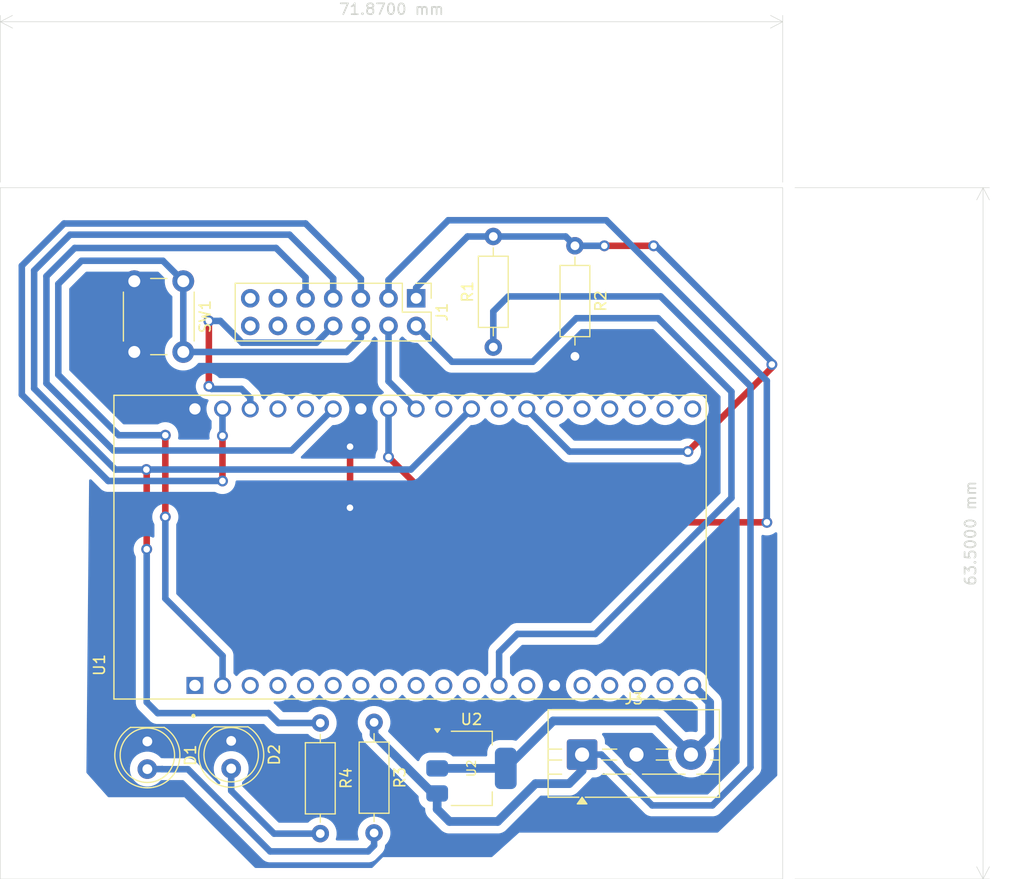
<source format=kicad_pcb>
(kicad_pcb (version 20241229) (generator "pcbnew") (generator_version "9.0")
  (layers (0 "F.Cu" signal) (2 "B.Cu" signal) (13 "F.Paste" user) (15 "B.Paste" user) (5 "F.SilkS" user "F.Silkscreen") (7 "B.SilkS" user "B.Silkscreen") (1 "F.Mask" user) (3 "B.Mask" user) (25 "Edge.Cuts" user))
  (net 0 "")
  (net 1 "GND")
  (net 2 "Net-(D2-A)")
  (net 3 "batt+")
  (net 4 "Net-(D1-A)")
  (net 5 "RST_buttton")
  (net 12 "Servo_2 right (19)")
  (net 14 "Emg_Button")
  (net 19 "limit_switch (14)")
  (net 22 "SDA (21)")
  (net 29 "+5V")
  (net 32 "Servo_UP-DOWN (23)")
  (net 34 "SCL (22)")
  (net 36 "+3.3V")
  (net 38 "Servo_1 left (18)")
  (net 39 "level_batery (04)")
  (footprint "LED_THT:LED_D5.0mm" (layer "F.Cu") (at 44.39 86.105 -90)
    (property "Reference" "D2" (at 1.27 -3.96 90) (layer "F.SilkS"))
    (property "Value" "LED 2")
    (fp_line (start -1.29 -1.545) (end -1.29 1.545) (stroke (width 0.12)) (layer "F.SilkS"))
    (fp_arc (start 4.26 0.000048) (mid 2.071756 2.880501) (end -1.29 1.54483) (stroke (width 0.12)) (layer "F.SilkS"))
    (fp_arc (start -1.29 -1.54483) (mid 2.071756 -2.880501) (end 4.26 -0.000048) (stroke (width 0.12)) (layer "F.SilkS"))
    (fp_circle (center 1.27 0) (end 3.77 0) (stroke (width 0.12)) (fill no) (layer "F.SilkS"))
    (pad "1" thru_hole rect (at 0 0 270) (size 1.8 1.8) (drill 0.9) (layers "*.Cu" "*.Mask") (net 1 "GND"))
    (pad "2" thru_hole circle (at 2.54 0 270) (size 1.8 1.8) (drill 0.9) (layers "*.Cu" "*.Mask") (net 2 "Net-(D2-A)"))
  )
  (footprint "Button_Switch_THT:SW_PUSH_6mm" (layer "F.Cu") (at 39.99 43.88 -90)
    (property "Reference" "SW1" (at 3.25 -2 90) (layer "F.SilkS"))
    (property "Value" "SW_Push")
    (fp_line (start 1 5.5) (end 5.5 5.5) (stroke (width 0.12)) (layer "F.SilkS"))
    (fp_line (start 6.75 3) (end 6.75 1.5) (stroke (width 0.12)) (layer "F.SilkS"))
    (fp_line (start -0.25 1.5) (end -0.25 3) (stroke (width 0.12)) (layer "F.SilkS"))
    (fp_line (start 5.5 -1) (end 1 -1) (stroke (width 0.12)) (layer "F.SilkS"))
    (pad "1" thru_hole circle (at 0 0) (size 2 2) (drill 1.1) (layers "*.Cu" "*.Mask") (net 5 "RST_buttton"))
    (pad "1" thru_hole circle (at 6.5 0) (size 2 2) (drill 1.1) (layers "*.Cu" "*.Mask") (net 5 "RST_buttton"))
    (pad "2" thru_hole circle (at 0 4.5) (size 2 2) (drill 1.1) (layers "*.Cu" "*.Mask") (net 1 "GND"))
    (pad "2" thru_hole circle (at 6.5 4.5) (size 2 2) (drill 1.1) (layers "*.Cu" "*.Mask") (net 1 "GND"))
  )
  (footprint "Resistor_THT:R_Axial_DIN0207_L6.3mm_D2.5mm_P10.16mm_Horizontal" (layer "F.Cu") (at 52.575 84.4616 -90)
    (property "Reference" "R4" (at 5.08 -2.37 90) (layer "F.SilkS"))
    (property "Value" "220")
    (fp_line (start 1.81 1.37) (end 8.35 1.37) (stroke (width 0.12)) (layer "F.SilkS"))
    (fp_line (start 8.35 1.37) (end 8.35 -1.37) (stroke (width 0.12)) (layer "F.SilkS"))
    (fp_line (start 1.04 0) (end 1.81 0) (stroke (width 0.12)) (layer "F.SilkS"))
    (fp_line (start 9.12 0) (end 8.35 0) (stroke (width 0.12)) (layer "F.SilkS"))
    (fp_line (start 1.81 -1.37) (end 1.81 1.37) (stroke (width 0.12)) (layer "F.SilkS"))
    (fp_line (start 8.35 -1.37) (end 1.81 -1.37) (stroke (width 0.12)) (layer "F.SilkS"))
    (pad "1" thru_hole circle (at 0 0 270) (size 1.6 1.6) (drill 0.8) (layers "*.Cu" "*.Mask") (net 14 "Emg_Button"))
    (pad "2" thru_hole oval (at 10.16 0 270) (size 1.6 1.6) (drill 0.8) (layers "*.Cu" "*.Mask") (net 2 "Net-(D2-A)"))
  )
  (footprint "Resistor_THT:R_Axial_DIN0207_L6.3mm_D2.5mm_P10.16mm_Horizontal" (layer "F.Cu") (at 75.965 40.625 -90)
    (property "Reference" "R2" (at 5.08 -2.37 90) (layer "F.SilkS"))
    (property "Value" "10k")
    (fp_line (start 1.81 1.37) (end 8.35 1.37) (stroke (width 0.12)) (layer "F.SilkS"))
    (fp_line (start 8.35 1.37) (end 8.35 -1.37) (stroke (width 0.12)) (layer "F.SilkS"))
    (fp_line (start 1.04 0) (end 1.81 0) (stroke (width 0.12)) (layer "F.SilkS"))
    (fp_line (start 9.12 0) (end 8.35 0) (stroke (width 0.12)) (layer "F.SilkS"))
    (fp_line (start 1.81 -1.37) (end 1.81 1.37) (stroke (width 0.12)) (layer "F.SilkS"))
    (fp_line (start 8.35 -1.37) (end 1.81 -1.37) (stroke (width 0.12)) (layer "F.SilkS"))
    (pad "1" thru_hole circle (at 0 0 270) (size 1.6 1.6) (drill 0.8) (layers "*.Cu" "*.Mask") (net 39 "level_batery (04)"))
    (pad "2" thru_hole oval (at 10.16 0 270) (size 1.6 1.6) (drill 0.8) (layers "*.Cu" "*.Mask") (net 1 "GND"))
  )
  (footprint "ESP32-DEVKITC-32UE:ESPRESSIF_ESP32-DEVKITC-32UE" (layer "F.Cu") (at 63.92 68.31 90)
    (property "Reference" "U1" (at -10.825 -31.635 90) (layer "F.SilkS"))
    (property "Value" "ESP32-DEVKITC-32UE")
    (fp_line (start 13.95 -30.3) (end 13.95 24.1) (stroke (width 0.127)) (layer "F.SilkS"))
    (fp_line (start -13.95 -30.3) (end 13.95 -30.3) (stroke (width 0.127)) (layer "F.SilkS"))
    (fp_line (start 13.95 24.1) (end -13.95 24.1) (stroke (width 0.127)) (layer "F.SilkS"))
    (fp_line (start -13.95 24.1) (end -13.95 -30.3) (stroke (width 0.127)) (layer "F.SilkS"))
    (fp_circle (center -15.5 -23) (end -15.4 -23) (stroke (width 0.2)) (fill no) (layer "F.SilkS"))
    (pad "1" thru_hole rect (at -12.7 -22.86 90) (size 1.56 1.56) (drill 1.04) (layers "*.Cu" "*.Mask") (net 36 "+3.3V"))
    (pad "2" thru_hole circle (at -12.7 -20.32 90) (size 1.56 1.56) (drill 1.04) (layers "*.Cu" "*.Mask") (net 5 "RST_buttton"))
    (pad "3" thru_hole circle (at -12.7 -17.78 90) (size 1.56 1.56) (drill 1.04) (layers "*.Cu" "*.Mask"))
    (pad "4" thru_hole circle (at -12.7 -15.24 90) (size 1.56 1.56) (drill 1.04) (layers "*.Cu" "*.Mask"))
    (pad "5" thru_hole circle (at -12.7 -12.7 90) (size 1.56 1.56) (drill 1.04) (layers "*.Cu" "*.Mask"))
    (pad "6" thru_hole circle (at -12.7 -10.16 90) (size 1.56 1.56) (drill 1.04) (layers "*.Cu" "*.Mask"))
    (pad "7" thru_hole circle (at -12.7 -7.62 90) (size 1.56 1.56) (drill 1.04) (layers "*.Cu" "*.Mask"))
    (pad "8" thru_hole circle (at -12.7 -5.08 90) (size 1.56 1.56) (drill 1.04) (layers "*.Cu" "*.Mask"))
    (pad "9" thru_hole circle (at -12.7 -2.54 90) (size 1.56 1.56) (drill 1.04) (layers "*.Cu" "*.Mask"))
    (pad "10" thru_hole circle (at -12.7 0 90) (size 1.56 1.56) (drill 1.04) (layers "*.Cu" "*.Mask"))
    (pad "11" thru_hole circle (at -12.7 2.54 90) (size 1.56 1.56) (drill 1.04) (layers "*.Cu" "*.Mask"))
    (pad "12" thru_hole circle (at -12.7 5.08 90) (size 1.56 1.56) (drill 1.04) (layers "*.Cu" "*.Mask") (net 19 "limit_switch (14)"))
    (pad "13" thru_hole circle (at -12.7 7.62 90) (size 1.56 1.56) (drill 1.04) (layers "*.Cu" "*.Mask"))
    (pad "14" thru_hole circle (at -12.7 10.16 90) (size 1.56 1.56) (drill 1.04) (layers "*.Cu" "*.Mask") (net 1 "GND"))
    (pad "15" thru_hole circle (at -12.7 12.7 90) (size 1.56 1.56) (drill 1.04) (layers "*.Cu" "*.Mask"))
    (pad "16" thru_hole circle (at -12.7 15.24 90) (size 1.56 1.56) (drill 1.04) (layers "*.Cu" "*.Mask"))
    (pad "17" thru_hole circle (at -12.7 17.78 90) (size 1.56 1.56) (drill 1.04) (layers "*.Cu" "*.Mask"))
    (pad "18" thru_hole circle (at -12.7 20.32 90) (size 1.56 1.56) (drill 1.04) (layers "*.Cu" "*.Mask"))
    (pad "19" thru_hole circle (at -12.7 22.86 90) (size 1.56 1.56) (drill 1.04) (layers "*.Cu" "*.Mask") (net 29 "+5V"))
    (pad "20" thru_hole circle (at 12.7 -22.86 90) (size 1.56 1.56) (drill 1.04) (layers "*.Cu" "*.Mask") (net 1 "GND"))
    (pad "21" thru_hole circle (at 12.7 -20.32 90) (size 1.56 1.56) (drill 1.04) (layers "*.Cu" "*.Mask") (net 32 "Servo_UP-DOWN (23)"))
    (pad "22" thru_hole circle (at 12.7 -17.78 90) (size 1.56 1.56) (drill 1.04) (layers "*.Cu" "*.Mask") (net 34 "SCL (22)"))
    (pad "23" thru_hole circle (at 12.7 -15.24 90) (size 1.56 1.56) (drill 1.04) (layers "*.Cu" "*.Mask"))
    (pad "24" thru_hole circle (at 12.7 -12.7 90) (size 1.56 1.56) (drill 1.04) (layers "*.Cu" "*.Mask"))
    (pad "25" thru_hole circle (at 12.7 -10.16 90) (size 1.56 1.56) (drill 1.04) (layers "*.Cu" "*.Mask") (net 22 "SDA (21)"))
    (pad "26" thru_hole circle (at 12.7 -7.62 90) (size 1.56 1.56) (drill 1.04) (layers "*.Cu" "*.Mask") (net 1 "GND"))
    (pad "27" thru_hole circle (at 12.7 -5.08 90) (size 1.56 1.56) (drill 1.04) (layers "*.Cu" "*.Mask") (net 12 "Servo_2 right (19)"))
    (pad "28" thru_hole circle (at 12.7 -2.54 90) (size 1.56 1.56) (drill 1.04) (layers "*.Cu" "*.Mask") (net 38 "Servo_1 left (18)"))
    (pad "29" thru_hole circle (at 12.7 0 90) (size 1.56 1.56) (drill 1.04) (layers "*.Cu" "*.Mask"))
    (pad "30" thru_hole circle (at 12.7 2.54 90) (size 1.56 1.56) (drill 1.04) (layers "*.Cu" "*.Mask") (net 14 "Emg_Button"))
    (pad "31" thru_hole circle (at 12.7 5.08 90) (size 1.56 1.56) (drill 1.04) (layers "*.Cu" "*.Mask"))
    (pad "32" thru_hole circle (at 12.7 7.62 90) (size 1.56 1.56) (drill 1.04) (layers "*.Cu" "*.Mask") (net 39 "level_batery (04)"))
    (pad "33" thru_hole circle (at 12.7 10.16 90) (size 1.56 1.56) (drill 1.04) (layers "*.Cu" "*.Mask"))
    (pad "34" thru_hole circle (at 12.7 12.7 90) (size 1.56 1.56) (drill 1.04) (layers "*.Cu" "*.Mask"))
    (pad "35" thru_hole circle (at 12.7 15.24 90) (size 1.56 1.56) (drill 1.04) (layers "*.Cu" "*.Mask"))
    (pad "36" thru_hole circle (at 12.7 17.78 90) (size 1.56 1.56) (drill 1.04) (layers "*.Cu" "*.Mask"))
    (pad "37" thru_hole circle (at 12.7 20.32 90) (size 1.56 1.56) (drill 1.04) (layers "*.Cu" "*.Mask"))
    (pad "38" thru_hole circle (at 12.7 22.86 90) (size 1.56 1.56) (drill 1.04) (layers "*.Cu" "*.Mask"))
  )
  (footprint "TerminalBlock:TerminalBlock_MaiXu_MX126-5.0-03P_1x03_P5.00mm" (layer "F.Cu") (at 76.62 87.36)
    (property "Reference" "J3" (at 4.75 -5.12 0) (layer "F.SilkS"))
    (property "Value" "Conn_01x03_Socket")
    (fp_line (start -3.12 -4.12) (end -3.12 3.92) (stroke (width 0.12)) (layer "F.SilkS"))
    (fp_line (start -3.12 -4.12) (end 12.62 -4.12) (stroke (width 0.12)) (layer "F.SilkS"))
    (fp_line (start -3.12 -0.5) (end -1.88 -0.5) (stroke (width 0.12)) (layer "F.SilkS"))
    (fp_line (start -3.12 0.5) (end -1.88 0.5) (stroke (width 0.12)) (layer "F.SilkS"))
    (fp_line (start -3.12 1.8) (end -1.88 1.8) (stroke (width 0.12)) (layer "F.SilkS"))
    (fp_line (start -3.12 3.92) (end -0.3 3.92) (stroke (width 0.12)) (layer "F.SilkS"))
    (fp_line (start 0.3 3.92) (end 12.62 3.92) (stroke (width 0.12)) (layer "F.SilkS"))
    (fp_line (start 1.88 -0.5) (end 3.188 -0.5) (stroke (width 0.12)) (layer "F.SilkS"))
    (fp_line (start 1.88 0.5) (end 3.188 0.5) (stroke (width 0.12)) (layer "F.SilkS"))
    (fp_line (start 1.88 1.8) (end 4.457 1.8) (stroke (width 0.12)) (layer "F.SilkS"))
    (fp_line (start 5.543 1.8) (end 9.457 1.8) (stroke (width 0.12)) (layer "F.SilkS"))
    (fp_line (start 6.812 -0.5) (end 8.188 -0.5) (stroke (width 0.12)) (layer "F.SilkS"))
    (fp_line (start 6.812 0.5) (end 8.188 0.5) (stroke (width 0.12)) (layer "F.SilkS"))
    (fp_line (start 10.543 1.8) (end 12.62 1.8) (stroke (width 0.12)) (layer "F.SilkS"))
    (fp_line (start 11.812 -0.5) (end 12.62 -0.5) (stroke (width 0.12)) (layer "F.SilkS"))
    (fp_line (start 11.812 0.5) (end 12.62 0.5) (stroke (width 0.12)) (layer "F.SilkS"))
    (fp_line (start 12.62 -4.12) (end 12.62 3.92) (stroke (width 0.12)) (layer "F.SilkS"))
    (fp_poly (pts (xy 0 3.92) (xy 0.44 4.53) (xy -0.44 4.53)) (stroke (width 0.12)) (fill yes) (layer "F.SilkS"))
    (pad "1" thru_hole roundrect (at 0 0) (size 2.8 2.8) (drill 1.3) (layers "*.Cu" "*.Mask") (roundrect_rratio 0.089286) (net 3 "batt+"))
    (pad "2" thru_hole circle (at 5 0) (size 2.8 2.8) (drill 1.3) (layers "*.Cu" "*.Mask") (net 1 "GND"))
    (pad "3" thru_hole circle (at 10 0) (size 2.8 2.8) (drill 1.3) (layers "*.Cu" "*.Mask") (net 29 "+5V"))
  )
  (footprint "Connector_PinHeader_2.54mm:PinHeader_2x07_P2.54mm_Vertical" (layer "F.Cu") (at 61.38 45.45 -90)
    (property "Reference" "J1" (at 1.27 -2.38 90) (layer "F.SilkS"))
    (property "Value" "Conn_02x07_Top_Bottom")
    (fp_line (start -1.38 16.62) (end 3.92 16.62) (stroke (width 0.12)) (layer "F.SilkS"))
    (fp_line (start -1.38 1.27) (end -1.38 16.62) (stroke (width 0.12)) (layer "F.SilkS"))
    (fp_line (start -1.38 1.27) (end 1.27 1.27) (stroke (width 0.12)) (layer "F.SilkS"))
    (fp_line (start 1.27 1.27) (end 1.27 -1.38) (stroke (width 0.12)) (layer "F.SilkS"))
    (fp_line (start -1.38 0) (end -1.38 -1.38) (stroke (width 0.12)) (layer "F.SilkS"))
    (fp_line (start -1.38 -1.38) (end 0 -1.38) (stroke (width 0.12)) (layer "F.SilkS"))
    (fp_line (start 1.27 -1.38) (end 3.92 -1.38) (stroke (width 0.12)) (layer "F.SilkS"))
    (fp_line (start 3.92 -1.38) (end 3.92 16.62) (stroke (width 0.12)) (layer "F.SilkS"))
    (pad "1" thru_hole rect (at 0 0 270) (size 1.7 1.7) (drill 1) (layers "*.Cu" "*.Mask") (net 39 "level_batery (04)"))
    (pad "2" thru_hole circle (at 2.54 0 270) (size 1.7 1.7) (drill 1) (layers "*.Cu" "*.Mask") (net 19 "limit_switch (14)"))
    (pad "3" thru_hole circle (at 0 2.54 270) (size 1.7 1.7) (drill 1) (layers "*.Cu" "*.Mask") (net 12 "Servo_2 right (19)"))
    (pad "4" thru_hole circle (at 2.54 2.54 270) (size 1.7 1.7) (drill 1) (layers "*.Cu" "*.Mask") (net 38 "Servo_1 left (18)"))
    (pad "5" thru_hole circle (at 0 5.08 270) (size 1.7 1.7) (drill 1) (layers "*.Cu" "*.Mask") (net 32 "Servo_UP-DOWN (23)"))
    (pad "6" thru_hole circle (at 2.54 5.08 270) (size 1.7 1.7) (drill 1) (layers "*.Cu" "*.Mask") (net 5 "RST_buttton"))
    (pad "7" thru_hole circle (at 0 7.62 270) (size 1.7 1.7) (drill 1) (layers "*.Cu" "*.Mask") (net 14 "Emg_Button"))
    (pad "8" thru_hole circle (at 2.54 7.62 270) (size 1.7 1.7) (drill 1) (layers "*.Cu" "*.Mask") (net 34 "SCL (22)"))
    (pad "9" thru_hole circle (at 0 10.16 270) (size 1.7 1.7) (drill 1) (layers "*.Cu" "*.Mask") (net 22 "SDA (21)"))
    (pad "10" thru_hole circle (at 2.54 10.16 270) (size 1.7 1.7) (drill 1) (layers "*.Cu" "*.Mask"))
    (pad "11" thru_hole circle (at 0 12.7 270) (size 1.7 1.7) (drill 1) (layers "*.Cu" "*.Mask"))
    (pad "12" thru_hole circle (at 2.54 12.7 270) (size 1.7 1.7) (drill 1) (layers "*.Cu" "*.Mask"))
    (pad "13" thru_hole circle (at 0 15.24 270) (size 1.7 1.7) (drill 1) (layers "*.Cu" "*.Mask"))
    (pad "14" thru_hole circle (at 2.54 15.24 270) (size 1.7 1.7) (drill 1) (layers "*.Cu" "*.Mask"))
  )
  (footprint "Resistor_THT:R_Axial_DIN0207_L6.3mm_D2.5mm_P10.16mm_Horizontal" (layer "F.Cu") (at 57.515 84.4 -90)
    (property "Reference" "R3" (at 5.08 -2.37 90) (layer "F.SilkS"))
    (property "Value" "1k")
    (fp_line (start 1.81 1.37) (end 8.35 1.37) (stroke (width 0.12)) (layer "F.SilkS"))
    (fp_line (start 8.35 1.37) (end 8.35 -1.37) (stroke (width 0.12)) (layer "F.SilkS"))
    (fp_line (start 1.04 0) (end 1.81 0) (stroke (width 0.12)) (layer "F.SilkS"))
    (fp_line (start 9.12 0) (end 8.35 0) (stroke (width 0.12)) (layer "F.SilkS"))
    (fp_line (start 1.81 -1.37) (end 1.81 1.37) (stroke (width 0.12)) (layer "F.SilkS"))
    (fp_line (start 8.35 -1.37) (end 1.81 -1.37) (stroke (width 0.12)) (layer "F.SilkS"))
    (pad "1" thru_hole circle (at 0 0 270) (size 1.6 1.6) (drill 0.8) (layers "*.Cu" "*.Mask") (net 3 "batt+"))
    (pad "2" thru_hole oval (at 10.16 0 270) (size 1.6 1.6) (drill 0.8) (layers "*.Cu" "*.Mask") (net 4 "Net-(D1-A)"))
  )
  (footprint "Package_TO_SOT_SMD:SOT-223-3_TabPin2" (layer "F.Cu") (at 66.46 88.63)
    (property "Reference" "U2" (at 0 -4.5 0) (layer "F.SilkS"))
    (property "Value" "AMS1117-5.0")
    (fp_line (start -1.85 -3.41) (end 1.91 -3.41) (stroke (width 0.12)) (layer "F.SilkS"))
    (fp_line (start -1.85 3.41) (end 1.91 3.41) (stroke (width 0.12)) (layer "F.SilkS"))
    (fp_line (start 1.91 -3.41) (end 1.91 -2.15) (stroke (width 0.12)) (layer "F.SilkS"))
    (fp_line (start 1.91 3.41) (end 1.91 2.15) (stroke (width 0.12)) (layer "F.SilkS"))
    (fp_poly (pts (xy -3.13 -3.31) (xy -3.37 -3.64) (xy -2.89 -3.64) (xy -3.13 -3.31)) (stroke (width 0.12)) (fill yes) (layer "F.SilkS"))
    (fp_text user "${REFERENCE}" (at 0 0 90) (layer "F.SilkS") (effects (font (size 0.8 0.8) (thickness 0.12))))
    (pad "1" smd roundrect (at -3.15 -2.3) (size 2 1.5) (layers "F.Mask" "B.Cu" "F.Paste") (net 1 "GND"))
    (pad "2" smd roundrect (at -3.15 0) (size 2 1.5) (layers "F.Mask" "B.Cu" "F.Paste") (net 29 "+5V"))
    (pad "2" smd roundrect (at 3.15 0) (size 2 3.8) (layers "F.Mask" "B.Cu" "F.Paste") (net 29 "+5V"))
    (pad "3" smd roundrect (at -3.15 2.3) (size 2 1.5) (layers "F.Mask" "B.Cu" "F.Paste") (net 3 "batt+"))
  )
  (footprint "Resistor_THT:R_Axial_DIN0207_L6.3mm_D2.5mm_P10.16mm_Horizontal" (layer "F.Cu") (at 68.465 49.935 90)
    (property "Reference" "R1" (at 5.08 -2.37 90) (layer "F.SilkS"))
    (property "Value" "10k")
    (fp_line (start 8.35 -1.37) (end 1.81 -1.37) (stroke (width 0.12)) (layer "F.SilkS"))
    (fp_line (start 1.81 -1.37) (end 1.81 1.37) (stroke (width 0.12)) (layer "F.SilkS"))
    (fp_line (start 9.12 0) (end 8.35 0) (stroke (width 0.12)) (layer "F.SilkS"))
    (fp_line (start 1.04 0) (end 1.81 0) (stroke (width 0.12)) (layer "F.SilkS"))
    (fp_line (start 8.35 1.37) (end 8.35 -1.37) (stroke (width 0.12)) (layer "F.SilkS"))
    (fp_line (start 1.81 1.37) (end 8.35 1.37) (stroke (width 0.12)) (layer "F.SilkS"))
    (pad "1" thru_hole circle (at 0 0 90) (size 1.6 1.6) (drill 0.8) (layers "*.Cu" "*.Mask") (net 3 "batt+"))
    (pad "2" thru_hole oval (at 10.16 0 90) (size 1.6 1.6) (drill 0.8) (layers "*.Cu" "*.Mask") (net 39 "level_batery (04)"))
  )
  (footprint "LED_THT:LED_D5.0mm" (layer "F.Cu") (at 36.69 86.155 -90)
    (property "Reference" "D1" (at 1.27 -3.96 90) (layer "F.SilkS"))
    (property "Value" "LED")
    (fp_line (start -1.29 -1.545) (end -1.29 1.545) (stroke (width 0.12)) (layer "F.SilkS"))
    (fp_arc (start 4.26 0.000048) (mid 2.071756 2.880501) (end -1.29 1.54483) (stroke (width 0.12)) (layer "F.SilkS"))
    (fp_arc (start -1.29 -1.54483) (mid 2.071756 -2.880501) (end 4.26 -0.000048) (stroke (width 0.12)) (layer "F.SilkS"))
    (fp_circle (center 1.27 0) (end 3.77 0) (stroke (width 0.12)) (fill no) (layer "F.SilkS"))
    (pad "1" thru_hole rect (at 0 0 270) (size 1.8 1.8) (drill 0.9) (layers "*.Cu" "*.Mask") (net 1 "GND"))
    (pad "2" thru_hole circle (at 2.54 0 270) (size 1.8 1.8) (drill 0.9) (layers "*.Cu" "*.Mask") (net 4 "Net-(D1-A)"))
  )
  (gr_poly (pts (xy 23.18 35.29) (xy 95.05 35.29) (xy 95.05 98.79) (xy 23.18 98.79)) (stroke (width 0.05)) (fill no) (layer "Edge.Cuts"))
  (dimension (type orthogonal) (layer "Edge.Cuts") (pts (xy 95.05 35.29) (xy 23.18 35.29)) (height -15.24) (orientation 0) (format (prefix "") (suffix "") (units 3) (units_format 1) (precision 4)) (style (thickness 0.05) (arrow_length 1.27) (text_position_mode 0) (arrow_direction outward) (extension_height 0.58642) (extension_offset 0.5) (keep_text_aligned yes)) (gr_text "71,8700 mm" (at 59.115 18.9 0) (layer "Edge.Cuts") (effects (font (size 1 1) (thickness 0.15)))))
  (dimension (type orthogonal) (layer "Edge.Cuts") (pts (xy 95.67 35.29) (xy 95.67 98.79)) (height 17.78) (orientation 1) (format (prefix "") (suffix "") (units 3) (units_format 1) (precision 4)) (style (thickness 0.05) (arrow_length 1.27) (text_position_mode 0) (arrow_direction outward) (extension_height 0.58642) (extension_offset 0.5) (keep_text_aligned yes)) (gr_text "63,5000 mm" (at 112.3 67.04 90) (layer "Edge.Cuts") (effects (font (size 1 1) (thickness 0.15)))))
  (segment (start 55.31 64.68) (end 55.3 64.69) (width 0.6) (layer "F.Cu") (net 1))
  (segment (start 55.31 59.08) (end 55.31 64.68) (width 0.6) (layer "F.Cu") (net 1))
  (via (at 55.31 59.08) (size 1) (drill 0.6) (layers "F.Cu" "B.Cu") (net 1))
  (via (at 55.3 64.69) (size 1) (drill 0.6) (layers "F.Cu" "B.Cu") (net 1))
  (segment (start 56.3 55.61) (end 55.31 56.6) (width 0.6) (layer "B.Cu") (net 1))
  (segment (start 57.35 64.69) (end 57.38 64.66) (width 0.6) (layer "B.Cu") (net 1))
  (segment (start 56.3 55.61) (end 57.34 54.57) (width 0.2) (layer "B.Cu") (net 1))
  (segment (start 55.31 56.6) (end 55.31 59.08) (width 0.6) (layer "B.Cu") (net 1))
  (segment (start 55.3 64.69) (end 57.35 64.69) (width 0.6) (layer "B.Cu") (net 1))
  (segment (start 44.39 88.645) (end 44.39 90.68) (width 0.6) (layer "B.Cu") (net 2))
  (segment (start 44.39 90.68) (end 48.3316 94.6216) (width 0.6) (layer "B.Cu") (net 2))
  (segment (start 48.3316 94.6216) (end 52.575 94.6216) (width 0.6) (layer "B.Cu") (net 2))
  (segment (start 69.84 45.28) (end 83.84 45.28) (width 0.6) (layer "B.Cu") (net 3))
  (segment (start 57.515 85.53137) (end 62.91363 90.93) (width 0.8) (layer "B.Cu") (net 3))
  (segment (start 68.465 49.935) (end 68.465 46.655) (width 0.6) (layer "B.Cu") (net 3))
  (segment (start 83.06 92.03) (end 78.39 87.36) (width 0.6) (layer "B.Cu") (net 3))
  (segment (start 78.39 87.36) (end 76.62 87.36) (width 0.6) (layer "B.Cu") (net 3))
  (segment (start 72.34 90.03) (end 75.43 90.03) (width 0.8) (layer "B.Cu") (net 3))
  (segment (start 63.31 90.93) (end 63.31 92.375) (width 0.8) (layer "B.Cu") (net 3))
  (segment (start 83.84 45.28) (end 92.09 53.53) (width 0.6) (layer "B.Cu") (net 3))
  (segment (start 92.09 88.53) (end 88.59 92.03) (width 0.6) (layer "B.Cu") (net 3))
  (segment (start 75.43 90.03) (end 76.62 88.84) (width 0.8) (layer "B.Cu") (net 3))
  (segment (start 62.91363 90.93) (end 63.31 90.93) (width 0.8) (layer "B.Cu") (net 3))
  (segment (start 88.59 92.03) (end 83.06 92.03) (width 0.6) (layer "B.Cu") (net 3))
  (segment (start 63.31 92.375) (end 64.44 93.505) (width 0.8) (layer "B.Cu") (net 3))
  (segment (start 92.09 53.53) (end 92.09 88.53) (width 0.6) (layer "B.Cu") (net 3))
  (segment (start 64.44 93.505) (end 68.865 93.505) (width 0.8) (layer "B.Cu") (net 3))
  (segment (start 68.865 93.505) (end 72.34 90.03) (width 0.8) (layer "B.Cu") (net 3))
  (segment (start 57.515 84.4) (end 57.515 85.53137) (width 0.8) (layer "B.Cu") (net 3))
  (segment (start 68.465 46.655) (end 69.84 45.28) (width 0.6) (layer "B.Cu") (net 3))
  (segment (start 76.62 88.84) (end 76.62 87.36) (width 0.8) (layer "B.Cu") (net 3))
  (segment (start 40.415 88.705) (end 38.065 88.705) (width 0.6) (layer "B.Cu") (net 4))
  (segment (start 57.515 94.56) (end 57.515 95.705) (width 0.6) (layer "B.Cu") (net 4))
  (segment (start 56.965 96.255) (end 47.965 96.255) (width 0.6) (layer "B.Cu") (net 4))
  (segment (start 38.065 88.705) (end 38.055 88.695) (width 0.6) (layer "B.Cu") (net 4))
  (segment (start 36.75 88.755) (end 36.69 88.695) (width 1) (layer "B.Cu") (net 4))
  (segment (start 47.965 96.255) (end 40.415 88.705) (width 0.6) (layer "B.Cu") (net 4))
  (segment (start 38.055 88.695) (end 36.69 88.695) (width 0.6) (layer "B.Cu") (net 4))
  (segment (start 57.515 95.705) (end 56.965 96.255) (width 0.6) (layer "B.Cu") (net 4))
  (segment (start 38.34 58.03) (end 38.34 65.53) (width 0.6) (layer "F.Cu") (net 5))
  (via (at 38.34 58.03) (size 1) (drill 0.6) (layers "F.Cu" "B.Cu") (net 5))
  (via (at 38.34 65.53) (size 1) (drill 0.6) (layers "F.Cu" "B.Cu") (net 5))
  (segment (start 43.6 78.29) (end 43.6 81.01) (width 0.6) (layer "B.Cu") (net 5))
  (segment (start 38.115 42.005) (end 30.64 42.005) (width 0.6) (layer "B.Cu") (net 5))
  (segment (start 39.99 50.38) (end 54.99 50.38) (width 0.6) (layer "B.Cu") (net 5))
  (segment (start 28.51 52.475) (end 34.065 58.03) (width 0.6) (layer "B.Cu") (net 5))
  (segment (start 54.99 50.38) (end 56.3 49.07) (width 0.6) (layer "B.Cu") (net 5))
  (segment (start 39.99 43.88) (end 38.115 42.005) (width 0.6) (layer "B.Cu") (net 5))
  (segment (start 34.065 58.03) (end 38.34 58.03) (width 0.6) (layer "B.Cu") (net 5))
  (segment (start 56.3 49.07) (end 56.3 47.99) (width 0.6) (layer "B.Cu") (net 5))
  (segment (start 39.99 43.88) (end 39.99 50.38) (width 0.6) (layer "B.Cu") (net 5))
  (segment (start 28.51 44.135) (end 28.51 52.475) (width 0.6) (layer "B.Cu") (net 5))
  (segment (start 38.34 73.03) (end 43.6 78.29) (width 0.6) (layer "B.Cu") (net 5))
  (segment (start 38.34 65.53) (end 38.34 73.03) (width 0.6) (layer "B.Cu") (net 5))
  (segment (start 30.64 42.005) (end 28.51 44.135) (width 0.6) (layer "B.Cu") (net 5))
  (segment (start 64.84 66.03) (end 58.84 60.03) (width 0.6) (layer "F.Cu") (net 12))
  (segment (start 93.59 66.03) (end 64.84 66.03) (width 0.6) (layer "F.Cu") (net 12))
  (via (at 93.59 66.03) (size 1) (drill 0.6) (layers "F.Cu" "B.Cu") (net 12))
  (via (at 58.84 60.03) (size 1) (drill 0.6) (layers "F.Cu" "B.Cu") (net 12))
  (segment (start 93.59 53.03) (end 78.84 38.28) (width 0.6) (layer "B.Cu") (net 12))
  (segment (start 78.84 38.28) (end 64.33 38.28) (width 0.6) (layer "B.Cu") (net 12))
  (segment (start 64.33 38.28) (end 58.84 43.77) (width 0.6) (layer "B.Cu") (net 12))
  (segment (start 93.59 66.03) (end 93.59 53.03) (width 0.6) (layer "B.Cu") (net 12))
  (segment (start 58.84 60.03) (end 58.84 55.61) (width 0.6) (layer "B.Cu") (net 12))
  (segment (start 58.84 43.77) (end 58.84 45.45) (width 0.6) (layer "B.Cu") (net 12))
  (segment (start 36.63 68.5) (end 36.63 61.21) (width 0.6) (layer "F.Cu") (net 14))
  (segment (start 36.63 61.21) (end 36.6 61.18) (width 0.6) (layer "F.Cu") (net 14))
  (via (at 36.63 68.5) (size 1) (drill 0.6) (layers "F.Cu" "B.Cu") (net 14))
  (via (at 36.6 61.18) (size 1) (drill 0.6) (layers "F.Cu" "B.Cu") (net 14))
  (segment (start 37.63 83.55) (end 36.63 82.55) (width 0.6) (layer "B.Cu") (net 14))
  (segment (start 66.46 55.61) (end 60.89 61.18) (width 0.6) (layer "B.Cu") (net 14))
  (segment (start 60.89 61.18) (end 36.6 61.18) (width 0.6) (layer "B.Cu") (net 14))
  (segment (start 53.76 43.62) (end 53.76 45.45) (width 0.6) (layer "B.Cu") (net 14))
  (segment (start 36.6 61.18) (end 33.74 61.18) (width 0.6) (layer "B.Cu") (net 14))
  (segment (start 37.67 83.55) (end 47.82 83.55) (width 0.6) (layer "B.Cu") (net 14))
  (segment (start 36.63 82.55) (end 36.63 68.5) (width 0.6) (layer "B.Cu") (net 14))
  (segment (start 37.67 83.55) (end 37.63 83.55) (width 0.6) (layer "B.Cu") (net 14))
  (segment (start 33.74 61.18) (end 26.29 53.73) (width 0.6) (layer "B.Cu") (net 14))
  (segment (start 48.7316 84.4616) (end 52.575 84.4616) (width 0.6) (layer "B.Cu") (net 14))
  (segment (start 47.82 83.55) (end 48.7316 84.4616) (width 0.6) (layer "B.Cu") (net 14))
  (segment (start 49.745 39.605) (end 53.76 43.62) (width 0.6) (layer "B.Cu") (net 14))
  (segment (start 29.59 39.605) (end 49.745 39.605) (width 0.6) (layer "B.Cu") (net 14))
  (segment (start 26.29 53.73) (end 26.29 42.905) (width 0.6) (layer "B.Cu") (net 14))
  (segment (start 26.29 42.905) (end 29.59 39.605) (width 0.6) (layer "B.Cu") (net 14))
  (segment (start 69 81.01) (end 69 77.96) (width 0.6) (layer "B.Cu") (net 19))
  (segment (start 90.34 63.78) (end 90.34 54.03) (width 0.6) (layer "B.Cu") (net 19))
  (segment (start 77.84 76.28) (end 90.34 63.78) (width 0.6) (layer "B.Cu") (net 19))
  (segment (start 69 77.96) (end 70.68 76.28) (width 0.6) (layer "B.Cu") (net 19))
  (segment (start 76.09 47.28) (end 72.09 51.28) (width 0.6) (layer "B.Cu") (net 19))
  (segment (start 72.09 51.28) (end 64.67 51.28) (width 0.6) (layer "B.Cu") (net 19))
  (segment (start 90.34 54.03) (end 83.59 47.28) (width 0.6) (layer "B.Cu") (net 19))
  (segment (start 83.59 47.28) (end 76.09 47.28) (width 0.6) (layer "B.Cu") (net 19))
  (segment (start 64.67 51.28) (end 61.38 47.99) (width 0.6) (layer "B.Cu") (net 19))
  (segment (start 70.68 76.28) (end 77.84 76.28) (width 0.6) (layer "B.Cu") (net 19))
  (segment (start 27.42 53.26) (end 33.59 59.43) (width 0.6) (layer "B.Cu") (net 22))
  (segment (start 48.51 40.83) (end 30.015 40.83) (width 0.6) (layer "B.Cu") (net 22))
  (segment (start 49.94 59.43) (end 53.76 55.61) (width 0.6) (layer "B.Cu") (net 22))
  (segment (start 27.42 43.425) (end 27.42 53.26) (width 0.6) (layer "B.Cu") (net 22))
  (segment (start 51.22 43.54) (end 48.51 40.83) (width 0.6) (layer "B.Cu") (net 22))
  (segment (start 33.59 59.43) (end 49.94 59.43) (width 0.6) (layer "B.Cu") (net 22))
  (segment (start 51.22 45.45) (end 51.22 43.54) (width 0.6) (layer "B.Cu") (net 22))
  (segment (start 30.015 40.83) (end 27.42 43.425) (width 0.6) (layer "B.Cu") (net 22))
  (segment (start 69.61 88.63) (end 73.97 84.27) (width 0.8) (layer "B.Cu") (net 29))
  (segment (start 63.31 88.63) (end 69.61 88.63) (width 0.8) (layer "B.Cu") (net 29))
  (segment (start 83.53 84.27) (end 86.62 87.36) (width 0.8) (layer "B.Cu") (net 29))
  (segment (start 88.34 85.64) (end 88.34 82.57) (width 0.8) (layer "B.Cu") (net 29))
  (segment (start 73.97 84.27) (end 83.53 84.27) (width 0.8) (layer "B.Cu") (net 29))
  (segment (start 86.62 87.36) (end 88.34 85.64) (width 0.8) (layer "B.Cu") (net 29))
  (segment (start 88.34 82.57) (end 86.78 81.01) (width 0.8) (layer "B.Cu") (net 29))
  (segment (start 43.59 62.23) (end 43.59 58.08) (width 0.6) (layer "F.Cu") (net 32))
  (via (at 43.59 58.08) (size 1) (drill 0.6) (layers "F.Cu" "B.Cu") (net 32))
  (via (at 43.59 62.23) (size 1) (drill 0.6) (layers "F.Cu" "B.Cu") (net 32))
  (segment (start 33.09 62.23) (end 25.16 54.3) (width 0.6) (layer "B.Cu") (net 32))
  (segment (start 51.22 38.58) (end 56.3 43.66) (width 0.6) (layer "B.Cu") (net 32))
  (segment (start 43.59 58.08) (end 43.59 55.62) (width 0.6) (layer "B.Cu") (net 32))
  (segment (start 29.04 38.58) (end 51.22 38.58) (width 0.6) (layer "B.Cu") (net 32))
  (segment (start 25.16 54.3) (end 25.16 42.46) (width 0.6) (layer "B.Cu") (net 32))
  (segment (start 56.3 43.66) (end 56.3 45.45) (width 0.6) (layer "B.Cu") (net 32))
  (segment (start 43.59 55.62) (end 43.6 55.61) (width 0.6) (layer "B.Cu") (net 32))
  (segment (start 43.59 62.23) (end 33.09 62.23) (width 0.6) (layer "B.Cu") (net 32))
  (segment (start 25.16 42.46) (end 29.04 38.58) (width 0.6) (layer "B.Cu") (net 32))
  (segment (start 42.34 53.53) (end 42.34 47.53) (width 0.6) (layer "F.Cu") (net 34))
  (via (at 42.34 53.53) (size 1) (drill 0.6) (layers "F.Cu" "B.Cu") (net 34))
  (via (at 42.34 47.53) (size 1) (drill 0.6) (layers "F.Cu" "B.Cu") (net 34))
  (segment (start 46.14 54.58) (end 46.14 55.61) (width 0.6) (layer "B.Cu") (net 34))
  (segment (start 42.34 47.53) (end 43.39 47.53) (width 0.6) (layer "B.Cu") (net 34))
  (segment (start 45.39 49.53) (end 52.22 49.53) (width 0.6) (layer "B.Cu") (net 34))
  (segment (start 45.34 53.78) (end 46.14 54.58) (width 0.6) (layer "B.Cu") (net 34))
  (segment (start 52.22 49.53) (end 53.76 47.99) (width 0.6) (layer "B.Cu") (net 34))
  (segment (start 43.39 47.53) (end 45.39 49.53) (width 0.6) (layer "B.Cu") (net 34))
  (segment (start 42.34 53.53) (end 42.59 53.78) (width 0.6) (layer "B.Cu") (net 34))
  (segment (start 42.59 53.78) (end 45.34 53.78) (width 0.6) (layer "B.Cu") (net 34))
  (segment (start 58.84 53.07) (end 58.84 47.99) (width 0.6) (layer "B.Cu") (net 38))
  (segment (start 61.38 55.61) (end 58.84 53.07) (width 0.6) (layer "B.Cu") (net 38))
  (segment (start 83.19 40.63) (end 78.665 40.63) (width 0.6) (layer "F.Cu") (net 39))
  (segment (start 86.34 59.53) (end 94.05 51.82) (width 0.6) (layer "F.Cu") (net 39))
  (segment (start 94.05 51.82) (end 94.05 51.53) (width 0.6) (layer "F.Cu") (net 39))
  (via (at 83.19 40.63) (size 1) (drill 0.6) (layers "F.Cu" "B.Cu") (net 39))
  (via (at 86.34 59.53) (size 1) (drill 0.6) (layers "F.Cu" "B.Cu") (net 39))
  (via (at 94.05 51.53) (size 1) (drill 0.6) (layers "F.Cu" "B.Cu") (net 39))
  (via (at 78.665 40.63) (size 1) (drill 0.6) (layers "F.Cu" "B.Cu") (net 39))
  (segment (start 78.665 40.63) (end 75.97 40.63) (width 0.6) (layer "B.Cu") (net 39))
  (segment (start 83.4 40.63) (end 83.19 40.63) (width 0.6) (layer "B.Cu") (net 39))
  (segment (start 68.465 39.775) (end 75.115 39.775) (width 0.6) (layer "B.Cu") (net 39))
  (segment (start 94.05 51.28) (end 83.4 40.63) (width 0.6) (layer "B.Cu") (net 39))
  (segment (start 75.115 39.775) (end 75.965 40.625) (width 0.6) (layer "B.Cu") (net 39))
  (segment (start 75.46 59.53) (end 71.54 55.61) (width 0.6) (layer "B.Cu") (net 39))
  (segment (start 86.34 59.53) (end 75.46 59.53) (width 0.6) (layer "B.Cu") (net 39))
  (segment (start 61.38 45.45) (end 61.38 44.49) (width 0.6) (layer "B.Cu") (net 39))
  (segment (start 61.38 44.49) (end 66.095 39.775) (width 0.6) (layer "B.Cu") (net 39))
  (segment (start 66.095 39.775) (end 68.465 39.775) (width 0.6) (layer "B.Cu") (net 39))
  (segment (start 75.97 40.63) (end 75.965 40.625) (width 0.6) (layer "B.Cu") (net 39))
  (segment (start 94.05 51.53) (end 94.05 51.28) (width 0.6) (layer "B.Cu") (net 39))
  (zone (net 1) (net_name "GND") (layer "B.Cu") (connect_pads yes (clearance 0.7)) (min_thickness 0.25) (fill yes (thermal_gap 0.5) (thermal_bridge_width 1))
    (polygon (pts (xy 24.34 41.03) (xy 28.34 37.03) (xy 83.34 37.03) (xy 95.09 49.28) (xy 95.09 88.78) (xy 89.09 94.53) (xy 70.84 94.53) (xy 68.34 96.78) (xy 58.34 96.78) (xy 57.34 97.78) (xy 46.59 97.78) (xy 40.09 91.28) (xy 33.09 91.28) (xy 31.09 89.03) (xy 31.34 62.03) (xy 24.59 55.28)))
  )
)
</source>
